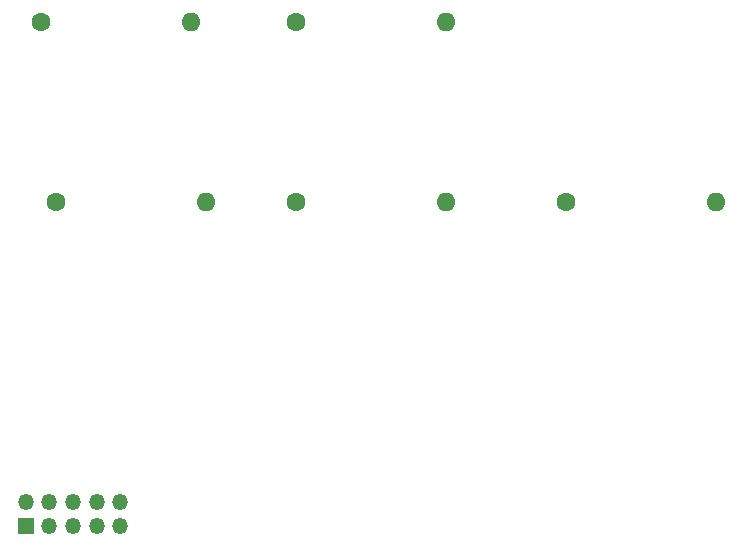
<source format=gbr>
%TF.GenerationSoftware,KiCad,Pcbnew,(7.0.0)*%
%TF.CreationDate,2023-03-24T11:42:49+01:00*%
%TF.ProjectId,PCH-1000JIG,5043482d-3130-4303-904a-49472e6b6963,rev?*%
%TF.SameCoordinates,Original*%
%TF.FileFunction,Soldermask,Bot*%
%TF.FilePolarity,Negative*%
%FSLAX46Y46*%
G04 Gerber Fmt 4.6, Leading zero omitted, Abs format (unit mm)*
G04 Created by KiCad (PCBNEW (7.0.0)) date 2023-03-24 11:42:49*
%MOMM*%
%LPD*%
G01*
G04 APERTURE LIST*
%ADD10C,1.600000*%
%ADD11O,1.600000X1.600000*%
%ADD12R,1.350000X1.350000*%
%ADD13O,1.350000X1.350000*%
G04 APERTURE END LIST*
D10*
%TO.C,330 Ohms*%
X48260000Y-36380000D03*
D11*
X60959999Y-36379999D03*
%TD*%
D10*
%TO.C,330 Ohms*%
X27940000Y-36380000D03*
D11*
X40639999Y-36379999D03*
%TD*%
D12*
%TO.C,Pin Header*%
X25399999Y-63779999D03*
D13*
X25399999Y-61779999D03*
X27399999Y-63779999D03*
X27399999Y-61779999D03*
X29399999Y-63779999D03*
X29399999Y-61779999D03*
X31399999Y-63779999D03*
X31399999Y-61779999D03*
X33399999Y-63779999D03*
X33399999Y-61779999D03*
%TD*%
D10*
%TO.C,1k Ohms*%
X26670000Y-21140000D03*
D11*
X39369999Y-21139999D03*
%TD*%
D10*
%TO.C,1k Ohms*%
X48260000Y-21140000D03*
D11*
X60959999Y-21139999D03*
%TD*%
D10*
%TO.C,150 Ohms*%
X71120000Y-36380000D03*
D11*
X83819999Y-36379999D03*
%TD*%
M02*

</source>
